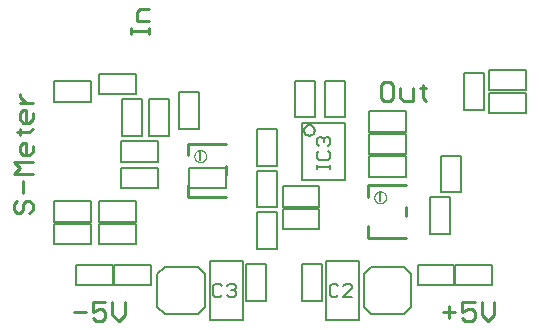
<source format=gto>
G75*
%MOIN*%
%OFA0B0*%
%FSLAX25Y25*%
%IPPOS*%
%LPD*%
%AMOC8*
5,1,8,0,0,1.08239X$1,22.5*
%
%ADD10C,0.00900*%
%ADD11C,0.00591*%
%ADD12C,0.00700*%
%ADD13C,0.01000*%
%ADD14C,0.00400*%
%ADD15R,0.00787X0.03543*%
%ADD16C,0.00500*%
D10*
X0047208Y0030059D02*
X0051278Y0030059D01*
X0053653Y0030059D02*
X0055688Y0031076D01*
X0056706Y0031076D01*
X0057723Y0030059D01*
X0057723Y0028024D01*
X0056706Y0027006D01*
X0054671Y0027006D01*
X0053653Y0028024D01*
X0053653Y0030059D02*
X0053653Y0033111D01*
X0057723Y0033111D01*
X0060099Y0033111D02*
X0060099Y0029041D01*
X0062134Y0027006D01*
X0064169Y0029041D01*
X0064169Y0033111D01*
X0033455Y0064025D02*
X0032438Y0063007D01*
X0033455Y0064025D02*
X0033455Y0066060D01*
X0032438Y0067077D01*
X0031420Y0067077D01*
X0030403Y0066060D01*
X0030403Y0064025D01*
X0029385Y0063007D01*
X0028368Y0063007D01*
X0027350Y0064025D01*
X0027350Y0066060D01*
X0028368Y0067077D01*
X0030403Y0069453D02*
X0030403Y0073523D01*
X0033455Y0075898D02*
X0027350Y0075898D01*
X0029385Y0077933D01*
X0027350Y0079968D01*
X0033455Y0079968D01*
X0032438Y0082344D02*
X0030403Y0082344D01*
X0029385Y0083361D01*
X0029385Y0085396D01*
X0030403Y0086414D01*
X0031420Y0086414D01*
X0031420Y0082344D01*
X0032438Y0082344D02*
X0033455Y0083361D01*
X0033455Y0085396D01*
X0029385Y0088789D02*
X0029385Y0090824D01*
X0028368Y0089807D02*
X0032438Y0089807D01*
X0033455Y0090824D01*
X0032438Y0093086D02*
X0030403Y0093086D01*
X0029385Y0094104D01*
X0029385Y0096139D01*
X0030403Y0097156D01*
X0031420Y0097156D01*
X0031420Y0093086D01*
X0032438Y0093086D02*
X0033455Y0094104D01*
X0033455Y0096139D01*
X0033455Y0099532D02*
X0029385Y0099532D01*
X0029385Y0101567D02*
X0029385Y0102584D01*
X0029385Y0101567D02*
X0031420Y0099532D01*
X0066164Y0122631D02*
X0066164Y0124666D01*
X0066164Y0123649D02*
X0072269Y0123649D01*
X0072269Y0124666D02*
X0072269Y0122631D01*
X0072269Y0126928D02*
X0068199Y0126928D01*
X0068199Y0129981D01*
X0069217Y0130998D01*
X0072269Y0130998D01*
X0149669Y0105469D02*
X0149669Y0101399D01*
X0150687Y0100381D01*
X0152722Y0100381D01*
X0153739Y0101399D01*
X0153739Y0105469D01*
X0152722Y0106486D01*
X0150687Y0106486D01*
X0149669Y0105469D01*
X0156115Y0104451D02*
X0156115Y0101399D01*
X0157132Y0100381D01*
X0160185Y0100381D01*
X0160185Y0104451D01*
X0162560Y0104451D02*
X0164595Y0104451D01*
X0163578Y0105469D02*
X0163578Y0101399D01*
X0164595Y0100381D01*
X0176740Y0033111D02*
X0176740Y0030059D01*
X0178775Y0031076D01*
X0179792Y0031076D01*
X0180810Y0030059D01*
X0180810Y0028024D01*
X0179792Y0027006D01*
X0177757Y0027006D01*
X0176740Y0028024D01*
X0174364Y0030059D02*
X0170294Y0030059D01*
X0172329Y0032094D02*
X0172329Y0028024D01*
X0176740Y0033111D02*
X0180810Y0033111D01*
X0183185Y0033111D02*
X0183185Y0029041D01*
X0185220Y0027006D01*
X0187255Y0029041D01*
X0187255Y0033111D01*
D11*
X0186572Y0038835D02*
X0186572Y0045528D01*
X0174367Y0045528D01*
X0174367Y0038835D01*
X0186572Y0038835D01*
X0174072Y0038835D02*
X0174072Y0045528D01*
X0161867Y0045528D01*
X0161867Y0038835D01*
X0174072Y0038835D01*
X0172566Y0056079D02*
X0165873Y0056079D01*
X0165873Y0068283D01*
X0172566Y0068283D01*
X0172566Y0056079D01*
X0169623Y0069829D02*
X0176316Y0069829D01*
X0176316Y0082033D01*
X0169623Y0082033D01*
X0169623Y0069829D01*
X0157822Y0075085D02*
X0157822Y0081778D01*
X0145617Y0081778D01*
X0145617Y0075085D01*
X0157822Y0075085D01*
X0157822Y0082585D02*
X0157822Y0089278D01*
X0145617Y0089278D01*
X0145617Y0082585D01*
X0157822Y0082585D01*
X0157822Y0090085D02*
X0145617Y0090085D01*
X0145617Y0096778D01*
X0157822Y0096778D01*
X0157822Y0090085D01*
X0177123Y0097329D02*
X0183816Y0097329D01*
X0183816Y0109533D01*
X0177123Y0109533D01*
X0177123Y0097329D01*
X0185617Y0096335D02*
X0185617Y0103028D01*
X0197822Y0103028D01*
X0197822Y0096335D01*
X0185617Y0096335D01*
X0185617Y0103835D02*
X0185617Y0110528D01*
X0197822Y0110528D01*
X0197822Y0103835D01*
X0185617Y0103835D01*
X0137566Y0107033D02*
X0137566Y0094829D01*
X0130873Y0094829D01*
X0130873Y0107033D01*
X0137566Y0107033D01*
X0127566Y0107033D02*
X0120873Y0107033D01*
X0120873Y0094829D01*
X0127566Y0094829D01*
X0127566Y0107033D01*
X0123383Y0092880D02*
X0123383Y0073982D01*
X0137556Y0073982D01*
X0137556Y0092880D01*
X0123383Y0092880D01*
X0123984Y0090518D02*
X0123986Y0090602D01*
X0123992Y0090685D01*
X0124002Y0090769D01*
X0124016Y0090851D01*
X0124034Y0090933D01*
X0124055Y0091014D01*
X0124081Y0091094D01*
X0124110Y0091172D01*
X0124143Y0091250D01*
X0124180Y0091325D01*
X0124220Y0091398D01*
X0124264Y0091470D01*
X0124311Y0091539D01*
X0124361Y0091607D01*
X0124414Y0091671D01*
X0124471Y0091733D01*
X0124530Y0091792D01*
X0124592Y0091849D01*
X0124656Y0091902D01*
X0124724Y0091952D01*
X0124793Y0091999D01*
X0124864Y0092043D01*
X0124938Y0092083D01*
X0125013Y0092120D01*
X0125091Y0092153D01*
X0125169Y0092182D01*
X0125249Y0092208D01*
X0125330Y0092229D01*
X0125412Y0092247D01*
X0125494Y0092261D01*
X0125578Y0092271D01*
X0125661Y0092277D01*
X0125745Y0092279D01*
X0125829Y0092277D01*
X0125912Y0092271D01*
X0125996Y0092261D01*
X0126078Y0092247D01*
X0126160Y0092229D01*
X0126241Y0092208D01*
X0126321Y0092182D01*
X0126399Y0092153D01*
X0126477Y0092120D01*
X0126552Y0092083D01*
X0126625Y0092043D01*
X0126697Y0091999D01*
X0126766Y0091952D01*
X0126834Y0091902D01*
X0126898Y0091849D01*
X0126960Y0091792D01*
X0127019Y0091733D01*
X0127076Y0091671D01*
X0127129Y0091607D01*
X0127179Y0091539D01*
X0127226Y0091470D01*
X0127270Y0091399D01*
X0127310Y0091325D01*
X0127347Y0091250D01*
X0127380Y0091172D01*
X0127409Y0091094D01*
X0127435Y0091014D01*
X0127456Y0090933D01*
X0127474Y0090851D01*
X0127488Y0090769D01*
X0127498Y0090685D01*
X0127504Y0090602D01*
X0127506Y0090518D01*
X0127504Y0090434D01*
X0127498Y0090351D01*
X0127488Y0090267D01*
X0127474Y0090185D01*
X0127456Y0090103D01*
X0127435Y0090022D01*
X0127409Y0089942D01*
X0127380Y0089864D01*
X0127347Y0089786D01*
X0127310Y0089711D01*
X0127270Y0089638D01*
X0127226Y0089566D01*
X0127179Y0089497D01*
X0127129Y0089429D01*
X0127076Y0089365D01*
X0127019Y0089303D01*
X0126960Y0089244D01*
X0126898Y0089187D01*
X0126834Y0089134D01*
X0126766Y0089084D01*
X0126697Y0089037D01*
X0126626Y0088993D01*
X0126552Y0088953D01*
X0126477Y0088916D01*
X0126399Y0088883D01*
X0126321Y0088854D01*
X0126241Y0088828D01*
X0126160Y0088807D01*
X0126078Y0088789D01*
X0125996Y0088775D01*
X0125912Y0088765D01*
X0125829Y0088759D01*
X0125745Y0088757D01*
X0125661Y0088759D01*
X0125578Y0088765D01*
X0125494Y0088775D01*
X0125412Y0088789D01*
X0125330Y0088807D01*
X0125249Y0088828D01*
X0125169Y0088854D01*
X0125091Y0088883D01*
X0125013Y0088916D01*
X0124938Y0088953D01*
X0124865Y0088993D01*
X0124793Y0089037D01*
X0124724Y0089084D01*
X0124656Y0089134D01*
X0124592Y0089187D01*
X0124530Y0089244D01*
X0124471Y0089303D01*
X0124414Y0089365D01*
X0124361Y0089429D01*
X0124311Y0089497D01*
X0124264Y0089566D01*
X0124220Y0089637D01*
X0124180Y0089711D01*
X0124143Y0089786D01*
X0124110Y0089864D01*
X0124081Y0089942D01*
X0124055Y0090022D01*
X0124034Y0090103D01*
X0124016Y0090185D01*
X0124002Y0090267D01*
X0123992Y0090351D01*
X0123986Y0090434D01*
X0123984Y0090518D01*
X0115066Y0090783D02*
X0108373Y0090783D01*
X0108373Y0078579D01*
X0115066Y0078579D01*
X0115066Y0090783D01*
X0115066Y0077033D02*
X0108373Y0077033D01*
X0108373Y0064829D01*
X0115066Y0064829D01*
X0115066Y0077033D01*
X0116867Y0071778D02*
X0116867Y0065085D01*
X0129072Y0065085D01*
X0129072Y0071778D01*
X0116867Y0071778D01*
X0116867Y0064278D02*
X0116867Y0057585D01*
X0129072Y0057585D01*
X0129072Y0064278D01*
X0116867Y0064278D01*
X0115066Y0063283D02*
X0108373Y0063283D01*
X0108373Y0051079D01*
X0115066Y0051079D01*
X0115066Y0063283D01*
X0097822Y0071335D02*
X0097822Y0078028D01*
X0085617Y0078028D01*
X0085617Y0071335D01*
X0097822Y0071335D01*
X0075322Y0071335D02*
X0075322Y0078028D01*
X0063117Y0078028D01*
X0063117Y0071335D01*
X0075322Y0071335D01*
X0067822Y0066778D02*
X0055617Y0066778D01*
X0055617Y0060085D01*
X0067822Y0060085D01*
X0067822Y0066778D01*
X0067822Y0059278D02*
X0067822Y0052585D01*
X0055617Y0052585D01*
X0055617Y0059278D01*
X0067822Y0059278D01*
X0052822Y0059278D02*
X0052822Y0052585D01*
X0040617Y0052585D01*
X0040617Y0059278D01*
X0052822Y0059278D01*
X0052822Y0060085D02*
X0052822Y0066778D01*
X0040617Y0066778D01*
X0040617Y0060085D01*
X0052822Y0060085D01*
X0048117Y0045528D02*
X0048117Y0038835D01*
X0060322Y0038835D01*
X0060322Y0045528D01*
X0048117Y0045528D01*
X0060617Y0045528D02*
X0060617Y0038835D01*
X0072822Y0038835D01*
X0072822Y0045528D01*
X0060617Y0045528D01*
X0092457Y0047024D02*
X0092457Y0027339D01*
X0103481Y0027339D01*
X0103481Y0047024D01*
X0092457Y0047024D01*
X0104623Y0045783D02*
X0104623Y0033579D01*
X0111316Y0033579D01*
X0111316Y0045783D01*
X0104623Y0045783D01*
X0123373Y0045783D02*
X0123373Y0033579D01*
X0130066Y0033579D01*
X0130066Y0045783D01*
X0123373Y0045783D01*
X0131207Y0047024D02*
X0142231Y0047024D01*
X0142231Y0027339D01*
X0131207Y0027339D01*
X0131207Y0047024D01*
X0075322Y0080085D02*
X0075322Y0086778D01*
X0063117Y0086778D01*
X0063117Y0080085D01*
X0075322Y0080085D01*
X0072123Y0088579D02*
X0078816Y0088579D01*
X0078816Y0100783D01*
X0072123Y0100783D01*
X0072123Y0088579D01*
X0070066Y0088579D02*
X0070066Y0100783D01*
X0063373Y0100783D01*
X0063373Y0088579D01*
X0070066Y0088579D01*
X0082123Y0091079D02*
X0088816Y0091079D01*
X0088816Y0103283D01*
X0082123Y0103283D01*
X0082123Y0091079D01*
X0067822Y0102585D02*
X0067822Y0109278D01*
X0055617Y0109278D01*
X0055617Y0102585D01*
X0067822Y0102585D01*
X0052822Y0100085D02*
X0052822Y0106778D01*
X0040617Y0106778D01*
X0040617Y0100085D01*
X0052822Y0100085D01*
D12*
X0128315Y0087468D02*
X0128315Y0086033D01*
X0129033Y0085316D01*
X0129033Y0083581D02*
X0128315Y0082864D01*
X0128315Y0081429D01*
X0129033Y0080712D01*
X0131902Y0080712D01*
X0132619Y0081429D01*
X0132619Y0082864D01*
X0131902Y0083581D01*
X0131902Y0085316D02*
X0132619Y0086033D01*
X0132619Y0087468D01*
X0131902Y0088185D01*
X0131185Y0088185D01*
X0130467Y0087468D01*
X0130467Y0086750D01*
X0130467Y0087468D02*
X0129750Y0088185D01*
X0129033Y0088185D01*
X0128315Y0087468D01*
X0128315Y0079077D02*
X0128315Y0077643D01*
X0128315Y0078360D02*
X0132619Y0078360D01*
X0132619Y0077643D02*
X0132619Y0079077D01*
X0133183Y0039335D02*
X0132465Y0038617D01*
X0132465Y0035748D01*
X0133183Y0035031D01*
X0134617Y0035031D01*
X0135334Y0035748D01*
X0137069Y0035031D02*
X0139938Y0037900D01*
X0139938Y0038617D01*
X0139221Y0039335D01*
X0137786Y0039335D01*
X0137069Y0038617D01*
X0135334Y0038617D02*
X0134617Y0039335D01*
X0133183Y0039335D01*
X0137069Y0035031D02*
X0139938Y0035031D01*
X0101188Y0035748D02*
X0100471Y0035031D01*
X0099036Y0035031D01*
X0098319Y0035748D01*
X0096584Y0035748D02*
X0095867Y0035031D01*
X0094432Y0035031D01*
X0093715Y0035748D01*
X0093715Y0038617D01*
X0094432Y0039335D01*
X0095867Y0039335D01*
X0096584Y0038617D01*
X0098319Y0038617D02*
X0099036Y0039335D01*
X0100471Y0039335D01*
X0101188Y0038617D01*
X0101188Y0037900D01*
X0100471Y0037183D01*
X0101188Y0036466D01*
X0101188Y0035748D01*
X0100471Y0037183D02*
X0099754Y0037183D01*
D13*
X0098018Y0068323D02*
X0085420Y0068323D01*
X0085420Y0072260D01*
X0098018Y0075606D02*
X0098018Y0078756D01*
X0098018Y0086039D02*
X0085420Y0086039D01*
X0085420Y0082102D01*
X0145420Y0072289D02*
X0145420Y0068352D01*
X0145420Y0072289D02*
X0158018Y0072289D01*
X0158018Y0065006D02*
X0158018Y0061856D01*
X0158018Y0054573D02*
X0145420Y0054573D01*
X0145420Y0058510D01*
D14*
X0147388Y0068156D02*
X0147390Y0068244D01*
X0147396Y0068332D01*
X0147406Y0068420D01*
X0147420Y0068508D01*
X0147437Y0068594D01*
X0147459Y0068680D01*
X0147484Y0068764D01*
X0147514Y0068848D01*
X0147546Y0068930D01*
X0147583Y0069010D01*
X0147623Y0069089D01*
X0147667Y0069166D01*
X0147714Y0069241D01*
X0147764Y0069313D01*
X0147818Y0069384D01*
X0147874Y0069451D01*
X0147934Y0069517D01*
X0147996Y0069579D01*
X0148062Y0069639D01*
X0148129Y0069695D01*
X0148200Y0069749D01*
X0148272Y0069799D01*
X0148347Y0069846D01*
X0148424Y0069890D01*
X0148503Y0069930D01*
X0148583Y0069967D01*
X0148665Y0069999D01*
X0148749Y0070029D01*
X0148833Y0070054D01*
X0148919Y0070076D01*
X0149005Y0070093D01*
X0149093Y0070107D01*
X0149181Y0070117D01*
X0149269Y0070123D01*
X0149357Y0070125D01*
X0149445Y0070123D01*
X0149533Y0070117D01*
X0149621Y0070107D01*
X0149709Y0070093D01*
X0149795Y0070076D01*
X0149881Y0070054D01*
X0149965Y0070029D01*
X0150049Y0069999D01*
X0150131Y0069967D01*
X0150211Y0069930D01*
X0150290Y0069890D01*
X0150367Y0069846D01*
X0150442Y0069799D01*
X0150514Y0069749D01*
X0150585Y0069695D01*
X0150652Y0069639D01*
X0150718Y0069579D01*
X0150780Y0069517D01*
X0150840Y0069451D01*
X0150896Y0069384D01*
X0150950Y0069313D01*
X0151000Y0069241D01*
X0151047Y0069166D01*
X0151091Y0069089D01*
X0151131Y0069010D01*
X0151168Y0068930D01*
X0151200Y0068848D01*
X0151230Y0068764D01*
X0151255Y0068680D01*
X0151277Y0068594D01*
X0151294Y0068508D01*
X0151308Y0068420D01*
X0151318Y0068332D01*
X0151324Y0068244D01*
X0151326Y0068156D01*
X0151324Y0068068D01*
X0151318Y0067980D01*
X0151308Y0067892D01*
X0151294Y0067804D01*
X0151277Y0067718D01*
X0151255Y0067632D01*
X0151230Y0067548D01*
X0151200Y0067464D01*
X0151168Y0067382D01*
X0151131Y0067302D01*
X0151091Y0067223D01*
X0151047Y0067146D01*
X0151000Y0067071D01*
X0150950Y0066999D01*
X0150896Y0066928D01*
X0150840Y0066861D01*
X0150780Y0066795D01*
X0150718Y0066733D01*
X0150652Y0066673D01*
X0150585Y0066617D01*
X0150514Y0066563D01*
X0150442Y0066513D01*
X0150367Y0066466D01*
X0150290Y0066422D01*
X0150211Y0066382D01*
X0150131Y0066345D01*
X0150049Y0066313D01*
X0149965Y0066283D01*
X0149881Y0066258D01*
X0149795Y0066236D01*
X0149709Y0066219D01*
X0149621Y0066205D01*
X0149533Y0066195D01*
X0149445Y0066189D01*
X0149357Y0066187D01*
X0149269Y0066189D01*
X0149181Y0066195D01*
X0149093Y0066205D01*
X0149005Y0066219D01*
X0148919Y0066236D01*
X0148833Y0066258D01*
X0148749Y0066283D01*
X0148665Y0066313D01*
X0148583Y0066345D01*
X0148503Y0066382D01*
X0148424Y0066422D01*
X0148347Y0066466D01*
X0148272Y0066513D01*
X0148200Y0066563D01*
X0148129Y0066617D01*
X0148062Y0066673D01*
X0147996Y0066733D01*
X0147934Y0066795D01*
X0147874Y0066861D01*
X0147818Y0066928D01*
X0147764Y0066999D01*
X0147714Y0067071D01*
X0147667Y0067146D01*
X0147623Y0067223D01*
X0147583Y0067302D01*
X0147546Y0067382D01*
X0147514Y0067464D01*
X0147484Y0067548D01*
X0147459Y0067632D01*
X0147437Y0067718D01*
X0147420Y0067804D01*
X0147406Y0067892D01*
X0147396Y0067980D01*
X0147390Y0068068D01*
X0147388Y0068156D01*
X0087388Y0081906D02*
X0087390Y0081994D01*
X0087396Y0082082D01*
X0087406Y0082170D01*
X0087420Y0082258D01*
X0087437Y0082344D01*
X0087459Y0082430D01*
X0087484Y0082514D01*
X0087514Y0082598D01*
X0087546Y0082680D01*
X0087583Y0082760D01*
X0087623Y0082839D01*
X0087667Y0082916D01*
X0087714Y0082991D01*
X0087764Y0083063D01*
X0087818Y0083134D01*
X0087874Y0083201D01*
X0087934Y0083267D01*
X0087996Y0083329D01*
X0088062Y0083389D01*
X0088129Y0083445D01*
X0088200Y0083499D01*
X0088272Y0083549D01*
X0088347Y0083596D01*
X0088424Y0083640D01*
X0088503Y0083680D01*
X0088583Y0083717D01*
X0088665Y0083749D01*
X0088749Y0083779D01*
X0088833Y0083804D01*
X0088919Y0083826D01*
X0089005Y0083843D01*
X0089093Y0083857D01*
X0089181Y0083867D01*
X0089269Y0083873D01*
X0089357Y0083875D01*
X0089445Y0083873D01*
X0089533Y0083867D01*
X0089621Y0083857D01*
X0089709Y0083843D01*
X0089795Y0083826D01*
X0089881Y0083804D01*
X0089965Y0083779D01*
X0090049Y0083749D01*
X0090131Y0083717D01*
X0090211Y0083680D01*
X0090290Y0083640D01*
X0090367Y0083596D01*
X0090442Y0083549D01*
X0090514Y0083499D01*
X0090585Y0083445D01*
X0090652Y0083389D01*
X0090718Y0083329D01*
X0090780Y0083267D01*
X0090840Y0083201D01*
X0090896Y0083134D01*
X0090950Y0083063D01*
X0091000Y0082991D01*
X0091047Y0082916D01*
X0091091Y0082839D01*
X0091131Y0082760D01*
X0091168Y0082680D01*
X0091200Y0082598D01*
X0091230Y0082514D01*
X0091255Y0082430D01*
X0091277Y0082344D01*
X0091294Y0082258D01*
X0091308Y0082170D01*
X0091318Y0082082D01*
X0091324Y0081994D01*
X0091326Y0081906D01*
X0091324Y0081818D01*
X0091318Y0081730D01*
X0091308Y0081642D01*
X0091294Y0081554D01*
X0091277Y0081468D01*
X0091255Y0081382D01*
X0091230Y0081298D01*
X0091200Y0081214D01*
X0091168Y0081132D01*
X0091131Y0081052D01*
X0091091Y0080973D01*
X0091047Y0080896D01*
X0091000Y0080821D01*
X0090950Y0080749D01*
X0090896Y0080678D01*
X0090840Y0080611D01*
X0090780Y0080545D01*
X0090718Y0080483D01*
X0090652Y0080423D01*
X0090585Y0080367D01*
X0090514Y0080313D01*
X0090442Y0080263D01*
X0090367Y0080216D01*
X0090290Y0080172D01*
X0090211Y0080132D01*
X0090131Y0080095D01*
X0090049Y0080063D01*
X0089965Y0080033D01*
X0089881Y0080008D01*
X0089795Y0079986D01*
X0089709Y0079969D01*
X0089621Y0079955D01*
X0089533Y0079945D01*
X0089445Y0079939D01*
X0089357Y0079937D01*
X0089269Y0079939D01*
X0089181Y0079945D01*
X0089093Y0079955D01*
X0089005Y0079969D01*
X0088919Y0079986D01*
X0088833Y0080008D01*
X0088749Y0080033D01*
X0088665Y0080063D01*
X0088583Y0080095D01*
X0088503Y0080132D01*
X0088424Y0080172D01*
X0088347Y0080216D01*
X0088272Y0080263D01*
X0088200Y0080313D01*
X0088129Y0080367D01*
X0088062Y0080423D01*
X0087996Y0080483D01*
X0087934Y0080545D01*
X0087874Y0080611D01*
X0087818Y0080678D01*
X0087764Y0080749D01*
X0087714Y0080821D01*
X0087667Y0080896D01*
X0087623Y0080973D01*
X0087583Y0081052D01*
X0087546Y0081132D01*
X0087514Y0081214D01*
X0087484Y0081298D01*
X0087459Y0081382D01*
X0087437Y0081468D01*
X0087420Y0081554D01*
X0087406Y0081642D01*
X0087396Y0081730D01*
X0087390Y0081818D01*
X0087388Y0081906D01*
D15*
X0089357Y0081906D03*
X0149357Y0068156D03*
D16*
X0146207Y0045055D02*
X0157231Y0045055D01*
X0159593Y0042693D01*
X0159593Y0031669D01*
X0157231Y0029307D01*
X0146207Y0029307D01*
X0143845Y0031669D01*
X0143845Y0042693D01*
X0146207Y0045055D01*
X0090843Y0042693D02*
X0090843Y0031669D01*
X0088481Y0029307D01*
X0077457Y0029307D01*
X0075095Y0031669D01*
X0075095Y0042693D01*
X0077457Y0045055D01*
X0088481Y0045055D01*
X0090843Y0042693D01*
M02*

</source>
